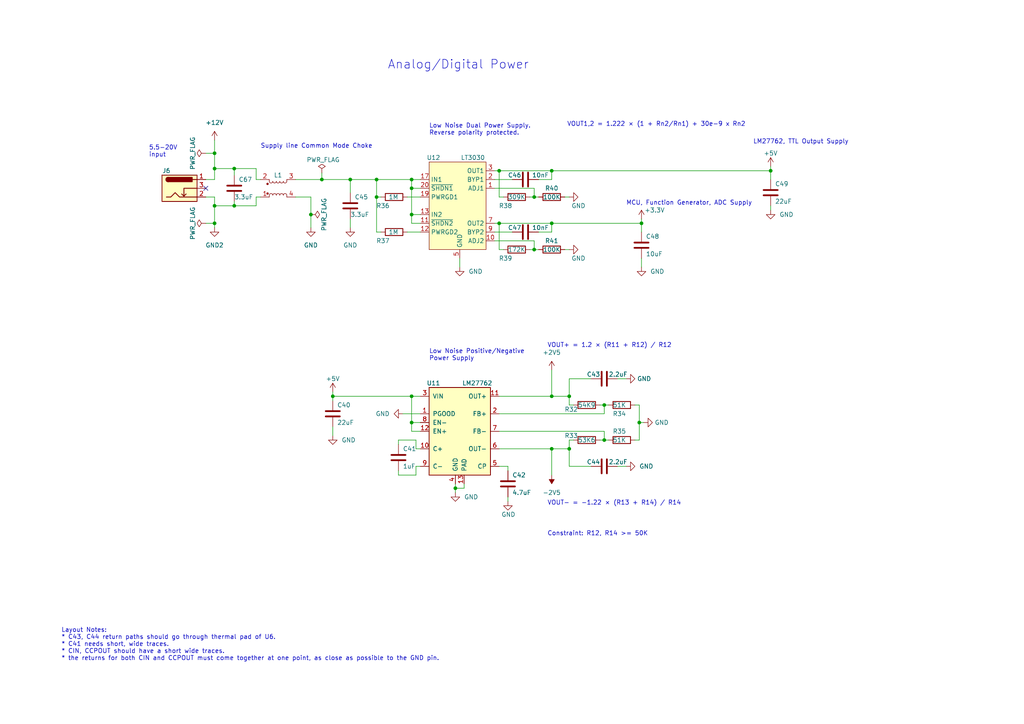
<source format=kicad_sch>
(kicad_sch (version 20231120) (generator "eeschema") (generator_version "8.0")
  (paper "A4")
  (title_block (title "RENAME THIS TEMPLATE") (date "2023-09-01") (rev "0.1") (company "The Allen Institute"))
  (lib_symbols
    (symbol "Connector:Barrel_Jack_Switch" (pin_names hide)
      (property "Reference" "J" (at 0 5.334 0))
      (property "Value" "Barrel_Jack_Switch" (at 0 -5.08 0))
      (symbol "Barrel_Jack_Switch_0_1"
        (rectangle (start -5.08 3.81) (end 5.08 -3.81) (stroke (width 0.254)) (fill (type background)))
        (arc (start -3.302 3.175) (mid -3.9343 2.54) (end -3.302 1.905) (stroke (width 0.254)))
        (arc (start -3.302 3.175) (mid -3.9343 2.54) (end -3.302 1.905) (stroke (width 0.254)) (fill (type outline)))
        (polyline (pts (xy 1.27 -2.286) (xy 1.905 -1.651)) (stroke (width 0.254)))
        (polyline (pts (xy 5.08 2.54) (xy 3.81 2.54)) (stroke (width 0.254)))
        (polyline (pts (xy 5.08 0) (xy 1.27 0) (xy 1.27 -2.286) (xy 0.635 -1.651)) (stroke (width 0.254)))
        (polyline (pts (xy -3.81 -2.54) (xy -2.54 -2.54) (xy -1.27 -1.27) (xy 0 -2.54) (xy 2.54 -2.54) (xy 5.08 -2.54)) (stroke (width 0.254)))
        (rectangle (start 3.683 3.175) (end -3.302 1.905) (stroke (width 0.254)) (fill (type outline)))
      )
      (symbol "Barrel_Jack_Switch_1_1"
        (pin passive line (at 7.62 2.54 180) (length 2.54) (name "~") (number "1"))
        (pin passive line (at 7.62 -2.54 180) (length 2.54) (name "~") (number "2"))
        (pin passive line (at 7.62 0 180) (length 2.54) (name "~") (number "3"))
      )
    )
    (symbol "Device:C" (pin_numbers hide) (pin_names (offset 0.254))
      (property "Reference" "C" (at 0.635 2.54 0))
      (property "Value" "C" (at 0.635 -2.54 0))
      (symbol "C_0_1"
        (polyline (pts (xy -2.032 -0.762) (xy 2.032 -0.762)) (stroke (width 0.508)))
        (polyline (pts (xy -2.032 0.762) (xy 2.032 0.762)) (stroke (width 0.508)))
      )
      (symbol "C_1_1"
        (pin passive line (at 0 3.81 270) (length 2.794) (name "~") (number "1"))
        (pin passive line (at 0 -3.81 90) (length 2.794) (name "~") (number "2"))
      )
    )
    (symbol "Device:L_Coupled_1423" (pin_names (offset 0.254) hide)
      (property "Reference" "L" (at 0 4.445 0))
      (property "Value" "L_Coupled_1423" (at 0 -4.445 0))
      (symbol "L_Coupled_1423_0_1"
        (circle (center -3.048 -1.27) (radius 0.254) (fill (type outline)))
        (circle (center -3.048 1.524) (radius 0.254) (fill (type outline)))
        (arc (start -2.54 2.032) (mid -2.032 1.5262) (end -1.524 2.032))
        (arc (start -1.524 -2.032) (mid -2.032 -1.5262) (end -2.54 -2.032))
        (arc (start -1.524 2.032) (mid -1.016 1.5262) (end -0.508 2.032))
        (arc (start -0.508 -2.032) (mid -1.016 -1.5262) (end -1.524 -2.032))
        (arc (start -0.508 2.032) (mid 0 1.5262) (end 0.508 2.032))
        (polyline (pts (xy -2.54 -2.032) (xy -2.54 -2.54)))
        (polyline (pts (xy -2.54 2.032) (xy -2.54 2.54)))
        (polyline (pts (xy 2.54 -2.032) (xy 2.54 -2.54)))
        (polyline (pts (xy 2.54 2.54) (xy 2.54 2.032)))
        (arc (start 0.508 -2.032) (mid 0 -1.5262) (end -0.508 -2.032))
        (arc (start 0.508 2.032) (mid 1.016 1.5262) (end 1.524 2.032))
        (arc (start 1.524 -2.032) (mid 1.016 -1.5262) (end 0.508 -2.032))
        (arc (start 1.524 2.032) (mid 2.032 1.5262) (end 2.54 2.032))
        (arc (start 2.54 -2.032) (mid 2.032 -1.5262) (end 1.524 -2.032))
      )
      (symbol "L_Coupled_1423_1_1"
        (pin passive line (at -5.08 2.54 0) (length 2.54) (name "1") (number "1"))
        (pin passive line (at -5.08 -2.54 0) (length 2.54) (name "2") (number "2"))
        (pin passive line (at 5.08 -2.54 180) (length 2.54) (name "3") (number "3"))
        (pin passive line (at 5.08 2.54 180) (length 2.54) (name "4") (number "4"))
      )
    )
    (symbol "Device:R" (pin_numbers hide) (pin_names (offset 0))
      (property "Reference" "R" (at 2.032 0 90))
      (property "Value" "R" (at 0 0 90))
      (symbol "R_0_1"
        (rectangle (start -1.016 -2.54) (end 1.016 2.54) (stroke (width 0.254)))
      )
      (symbol "R_1_1"
        (pin passive line (at 0 3.81 270) (length 1.27) (name "~") (number "1"))
        (pin passive line (at 0 -3.81 90) (length 1.27) (name "~") (number "2"))
      )
    )
    (symbol "Regulator_SwitchedCapacitor:LM27762" (pin_names (offset 1.016))
      (property "Reference" "U" (at -6.604 8.89 0))
      (property "Value" "LM27762" (at 6.096 8.89 0))
      (symbol "LM27762_0_1"
        (rectangle (start -7.62 7.62) (end 10.16 -17.78) (stroke (width 0.254)) (fill (type background)))
      )
      (symbol "LM27762_1_1"
        (pin open_collector line (at -10.16 0 0) (length 2.54) (name "PGOOD") (number "1"))
        (pin passive line (at -10.16 -10.16 0) (length 2.54) (name "C+") (number "10"))
        (pin power_out line (at 12.7 5.08 180) (length 2.54) (name "OUT+") (number "11"))
        (pin input line (at -10.16 -5.08 0) (length 2.54) (name "EN+") (number "12"))
        (pin power_in line (at 2.54 -20.32 90) (length 2.54) (name "PAD") (number "13"))
        (pin input line (at 12.7 0 180) (length 2.54) (name "FB+") (number "2"))
        (pin power_in line (at -10.16 5.08 0) (length 2.54) (name "VIN") (number "3"))
        (pin power_in line (at 0 -20.32 90) (length 2.54) (name "GND") (number "4"))
        (pin passive line (at 12.7 -15.24 180) (length 2.54) (name "CP") (number "5"))
        (pin power_out line (at 12.7 -10.16 180) (length 2.54) (name "OUT-") (number "6"))
        (pin input line (at 12.7 -5.08 180) (length 2.54) (name "FB-") (number "7"))
        (pin input line (at -10.16 -2.54 0) (length 2.54) (name "EN-") (number "8"))
        (pin passive line (at -10.16 -15.24 0) (length 2.54) (name "C-") (number "9"))
      )
    )
    (symbol "kicad_component_library:LT3030"
      (property "Reference" "U" (at -7.62 13.97 0))
      (property "Value" "LT3030" (at 3.81 13.97 0))
      (symbol "LT3030_0_1"
        (rectangle (start -8.89 -12.7) (end 7.62 12.7) (fill (type background)))
      )
      (symbol "LT3030_1_1"
        (pin input line (at 10.16 5.08 180) (length 2.54) (name "ADJ1") (number "1"))
        (pin input line (at 10.16 -10.16 180) (length 2.54) (name "ADJ2") (number "10"))
        (pin input line (at -11.43 -5.08 0) (length 2.54) (name "~{SHDN2}") (number "11"))
        (pin input line (at -11.43 -7.62 0) (length 2.54) (name "PWRGD2") (number "12"))
        (pin power_in line (at -11.43 -2.54 0) (length 2.54) (name "IN2") (number "13"))
        (pin power_in line (at -11.43 -2.54 0) (length 2.54) hide (name "IN2") (number "14"))
        (pin power_in line (at 0 -15.24 90) (length 2.54) hide (name "GND") (number "15"))
        (pin power_in line (at 0 -15.24 90) (length 2.54) hide (name "GND") (number "16"))
        (pin power_in line (at -11.43 7.62 0) (length 2.54) (name "IN1") (number "17"))
        (pin power_in line (at -11.43 7.62 0) (length 2.54) hide (name "IN1") (number "18"))
        (pin input line (at -11.43 2.54 0) (length 2.54) (name "PWRGD1") (number "19"))
        (pin input line (at 10.16 7.62 180) (length 2.54) (name "BYP1") (number "2"))
        (pin input line (at -11.43 5.08 0) (length 2.54) (name "~{SHDN1}") (number "20"))
        (pin power_in line (at 0 -15.24 90) (length 2.54) hide (name "GND") (number "21"))
        (pin power_out line (at 10.16 10.16 180) (length 2.54) (name "OUT1") (number "3"))
        (pin passive line (at 10.16 10.16 180) (length 2.54) hide (name "OUT1") (number "4"))
        (pin power_in line (at 0 -15.24 90) (length 2.54) (name "GND") (number "5"))
        (pin power_in line (at 0 -15.24 90) (length 2.54) hide (name "GND") (number "6"))
        (pin power_out line (at 10.16 -5.08 180) (length 2.54) (name "OUT2") (number "7"))
        (pin passive line (at 10.16 -5.08 180) (length 2.54) hide (name "OUT2") (number "8"))
        (pin input line (at 10.16 -7.62 180) (length 2.54) (name "BYP2") (number "9"))
      )
    )
    (symbol "power:+12V" (power) (pin_names (offset 0))
      (property "Value" "+12V" (at 0 3.556 0))
      (symbol "+12V_0_1"
        (polyline (pts (xy -0.762 1.27) (xy 0 2.54)))
        (polyline (pts (xy 0 0) (xy 0 2.54)))
        (polyline (pts (xy 0 2.54) (xy 0.762 1.27)))
      )
      (symbol "+12V_1_1"
        (pin power_in line (at 0 0 90) (length 0) hide (name "+12V") (number "1"))
      )
    )
    (symbol "power:+2V5" (power) (pin_names (offset 0))
      (property "Value" "+2V5" (at 0 3.556 0))
      (symbol "+2V5_0_1"
        (polyline (pts (xy -0.762 1.27) (xy 0 2.54)))
        (polyline (pts (xy 0 0) (xy 0 2.54)))
        (polyline (pts (xy 0 2.54) (xy 0.762 1.27)))
      )
      (symbol "+2V5_1_1"
        (pin power_in line (at 0 0 90) (length 0) hide (name "+2V5") (number "1"))
      )
    )
    (symbol "power:+3.3V" (power) (pin_names (offset 0))
      (property "Value" "+3.3V" (at 0 3.556 0))
      (symbol "+3.3V_0_1"
        (polyline (pts (xy -0.762 1.27) (xy 0 2.54)))
        (polyline (pts (xy 0 0) (xy 0 2.54)))
        (polyline (pts (xy 0 2.54) (xy 0.762 1.27)))
      )
      (symbol "+3.3V_1_1"
        (pin power_in line (at 0 0 90) (length 0) hide (name "+3.3V") (number "1"))
      )
    )
    (symbol "power:+5V" (power) (pin_names (offset 0))
      (property "Value" "+5V" (at 0 3.556 0))
      (symbol "+5V_0_1"
        (polyline (pts (xy -0.762 1.27) (xy 0 2.54)))
        (polyline (pts (xy 0 0) (xy 0 2.54)))
        (polyline (pts (xy 0 2.54) (xy 0.762 1.27)))
      )
      (symbol "+5V_1_1"
        (pin power_in line (at 0 0 90) (length 0) hide (name "+5V") (number "1"))
      )
    )
    (symbol "power:-2V5" (power) (pin_names (offset 0))
      (property "Value" "-2V5" (at 0 3.81 0))
      (symbol "-2V5_0_0"
        (pin power_in line (at 0 0 90) (length 0) hide (name "-2V5") (number "1"))
      )
      (symbol "-2V5_0_1"
        (polyline (pts (xy 0 0) (xy 0 1.27) (xy 0.762 1.27) (xy 0 2.54) (xy -0.762 1.27) (xy 0 1.27)) (fill (type outline)))
      )
    )
    (symbol "power:GND" (power) (pin_names (offset 0))
      (property "Value" "GND" (at 0 -3.81 0))
      (symbol "GND_0_1"
        (polyline (pts (xy 0 0) (xy 0 -1.27) (xy 1.27 -1.27) (xy 0 -2.54) (xy -1.27 -1.27) (xy 0 -1.27)))
      )
      (symbol "GND_1_1"
        (pin power_in line (at 0 0 270) (length 0) hide (name "GND") (number "1"))
      )
    )
    (symbol "power:GND2" (power) (pin_names (offset 0))
      (property "Value" "GND2" (at 0 -3.81 0))
      (symbol "GND2_0_1"
        (polyline (pts (xy 0 0) (xy 0 -1.27) (xy 1.27 -1.27) (xy 0 -2.54) (xy -1.27 -1.27) (xy 0 -1.27)))
      )
      (symbol "GND2_1_1"
        (pin power_in line (at 0 0 270) (length 0) hide (name "GND2") (number "1"))
      )
    )
    (symbol "power:PWR_FLAG" (power) (pin_numbers hide) (pin_names (offset 0) hide)
      (property "Value" "PWR_FLAG" (at 0 3.81 0))
      (symbol "PWR_FLAG_0_0"
        (pin power_out line (at 0 0 90) (length 0) (name "pwr") (number "1"))
      )
      (symbol "PWR_FLAG_0_1"
        (polyline (pts (xy 0 0) (xy 0 1.27) (xy -1.016 1.905) (xy 0 2.54) (xy 1.016 1.905) (xy 0 1.27)))
      )
    )
  )
  (junction (at 62.23 59.69))
  (junction (at 62.23 48.895))
  (junction (at 160.02 130.175))
  (junction (at 160.02 64.77))
  (junction (at 175.26 127.635))
  (junction (at 165.1 114.935))
  (junction (at 154.94 72.39))
  (junction (at 62.23 44.45))
  (junction (at 109.22 52.07))
  (junction (at 109.22 57.15))
  (junction (at 119.38 62.23))
  (junction (at 160.02 49.53))
  (junction (at 96.52 114.935))
  (junction (at 144.78 49.53))
  (junction (at 119.38 122.555))
  (junction (at 132.08 141.605))
  (junction (at 119.38 54.61))
  (junction (at 186.055 64.77))
  (junction (at 223.52 49.53))
  (junction (at 67.945 59.69))
  (junction (at 67.945 48.895))
  (junction (at 185.42 122.555))
  (junction (at 119.38 52.07))
  (junction (at 119.38 114.935))
  (junction (at 160.02 114.935))
  (junction (at 62.23 64.77))
  (junction (at 175.26 117.475))
  (junction (at 90.17 62.23))
  (junction (at 101.6 52.07))
  (junction (at 154.94 57.15))
  (junction (at 165.1 130.175))
  (junction (at 93.345 52.07))
  (junction (at 144.78 64.77))
  (no_connect (at 59.69 54.61))
  (wire (pts (xy 62.23 57.15) (xy 59.69 57.15)))
  (wire (pts (xy 160.02 67.31) (xy 160.02 64.77)))
  (wire (pts (xy 160.02 130.175) (xy 160.02 137.795)))
  (wire (pts (xy 143.51 49.53) (xy 144.78 49.53)))
  (wire (pts (xy 75.565 57.15) (xy 74.295 57.15)))
  (wire (pts (xy 181.61 109.855) (xy 179.07 109.855)))
  (wire (pts (xy 67.945 48.895) (xy 62.23 48.895)))
  (wire (pts (xy 185.42 127.635) (xy 184.15 127.635)))
  (wire (pts (xy 154.94 57.15) (xy 156.21 57.15)))
  (wire (pts (xy 144.78 120.015) (xy 175.26 120.015)))
  (wire (pts (xy 96.52 114.935) (xy 96.52 116.205)))
  (wire (pts (xy 115.57 128.905) (xy 115.57 127.635)))
  (wire (pts (xy 90.17 66.04) (xy 90.17 62.23)))
  (wire (pts (xy 185.42 122.555) (xy 185.42 127.635)))
  (wire (pts (xy 59.69 52.07) (xy 62.23 52.07)))
  (wire (pts (xy 134.62 141.605) (xy 132.08 141.605)))
  (wire (pts (xy 74.295 52.07) (xy 74.295 48.895)))
  (wire (pts (xy 160.02 64.77) (xy 186.055 64.77)))
  (wire (pts (xy 175.26 127.635) (xy 175.26 125.095)))
  (wire (pts (xy 223.52 48.26) (xy 223.52 49.53)))
  (wire (pts (xy 160.02 130.175) (xy 165.1 130.175)))
  (wire (pts (xy 185.42 122.555) (xy 186.69 122.555)))
  (wire (pts (xy 74.295 57.15) (xy 74.295 59.69)))
  (wire (pts (xy 160.02 52.07) (xy 160.02 49.53)))
  (wire (pts (xy 62.23 64.77) (xy 62.23 59.69)))
  (wire (pts (xy 143.51 64.77) (xy 144.78 64.77)))
  (wire (pts (xy 119.38 52.07) (xy 119.38 54.61)))
  (wire (pts (xy 160.02 114.935) (xy 165.1 114.935)))
  (wire (pts (xy 165.1 117.475) (xy 166.37 117.475)))
  (wire (pts (xy 134.62 140.335) (xy 134.62 141.605)))
  (wire (pts (xy 120.65 130.175) (xy 121.92 130.175)))
  (wire (pts (xy 143.51 67.31) (xy 148.59 67.31)))
  (wire (pts (xy 62.23 44.45) (xy 62.23 48.895)))
  (wire (pts (xy 144.78 72.39) (xy 144.78 64.77)))
  (wire (pts (xy 147.32 135.255) (xy 147.32 136.525)))
  (wire (pts (xy 144.78 114.935) (xy 160.02 114.935)))
  (wire (pts (xy 85.725 52.07) (xy 93.345 52.07)))
  (wire (pts (xy 133.35 74.93) (xy 133.35 77.47)))
  (wire (pts (xy 62.23 48.895) (xy 62.23 52.07)))
  (wire (pts (xy 179.07 135.255) (xy 181.61 135.255)))
  (wire (pts (xy 163.83 72.39) (xy 165.1 72.39)))
  (wire (pts (xy 143.51 54.61) (xy 154.94 54.61)))
  (wire (pts (xy 67.945 58.42) (xy 67.945 59.69)))
  (wire (pts (xy 59.69 64.77) (xy 62.23 64.77)))
  (wire (pts (xy 132.08 141.605) (xy 132.08 142.875)))
  (wire (pts (xy 154.94 54.61) (xy 154.94 57.15)))
  (wire (pts (xy 165.1 127.635) (xy 165.1 130.175)))
  (wire (pts (xy 144.78 135.255) (xy 147.32 135.255)))
  (wire (pts (xy 62.23 66.04) (xy 62.23 64.77)))
  (wire (pts (xy 173.99 127.635) (xy 175.26 127.635)))
  (wire (pts (xy 165.1 127.635) (xy 166.37 127.635)))
  (wire (pts (xy 153.67 72.39) (xy 154.94 72.39)))
  (wire (pts (xy 175.26 117.475) (xy 176.53 117.475)))
  (wire (pts (xy 101.6 63.5) (xy 101.6 66.04)))
  (wire (pts (xy 156.21 52.07) (xy 160.02 52.07)))
  (wire (pts (xy 175.26 120.015) (xy 175.26 117.475)))
  (wire (pts (xy 75.565 52.07) (xy 74.295 52.07)))
  (wire (pts (xy 165.1 135.255) (xy 165.1 130.175)))
  (wire (pts (xy 115.57 137.795) (xy 115.57 136.525)))
  (wire (pts (xy 153.67 57.15) (xy 154.94 57.15)))
  (wire (pts (xy 144.78 64.77) (xy 160.02 64.77)))
  (wire (pts (xy 62.23 40.64) (xy 62.23 44.45)))
  (wire (pts (xy 59.69 44.45) (xy 62.23 44.45)))
  (wire (pts (xy 93.345 50.165) (xy 93.345 52.07)))
  (wire (pts (xy 223.52 49.53) (xy 223.52 52.07)))
  (wire (pts (xy 62.23 59.69) (xy 62.23 57.15)))
  (wire (pts (xy 171.45 109.855) (xy 165.1 109.855)))
  (wire (pts (xy 154.94 69.85) (xy 154.94 72.39)))
  (wire (pts (xy 160.02 49.53) (xy 223.52 49.53)))
  (wire (pts (xy 143.51 69.85) (xy 154.94 69.85)))
  (wire (pts (xy 109.22 57.15) (xy 109.22 67.31)))
  (wire (pts (xy 116.84 120.015) (xy 121.92 120.015)))
  (wire (pts (xy 93.345 52.07) (xy 101.6 52.07)))
  (wire (pts (xy 175.26 117.475) (xy 173.99 117.475)))
  (wire (pts (xy 120.65 135.255) (xy 120.65 137.795)))
  (wire (pts (xy 96.52 123.825) (xy 96.52 126.365)))
  (wire (pts (xy 74.295 48.895) (xy 67.945 48.895)))
  (wire (pts (xy 115.57 127.635) (xy 120.65 127.635)))
  (wire (pts (xy 185.42 117.475) (xy 184.15 117.475)))
  (wire (pts (xy 74.295 59.69) (xy 67.945 59.69)))
  (wire (pts (xy 90.17 57.15) (xy 85.725 57.15)))
  (wire (pts (xy 121.92 64.77) (xy 119.38 64.77)))
  (wire (pts (xy 144.78 49.53) (xy 160.02 49.53)))
  (wire (pts (xy 96.52 114.935) (xy 119.38 114.935)))
  (wire (pts (xy 110.49 67.31) (xy 109.22 67.31)))
  (wire (pts (xy 109.22 52.07) (xy 119.38 52.07)))
  (wire (pts (xy 101.6 52.07) (xy 101.6 55.88)))
  (wire (pts (xy 165.1 109.855) (xy 165.1 114.935)))
  (wire (pts (xy 90.17 62.23) (xy 90.17 57.15)))
  (wire (pts (xy 121.92 125.095) (xy 119.38 125.095)))
  (wire (pts (xy 96.52 113.665) (xy 96.52 114.935)))
  (wire (pts (xy 119.38 64.77) (xy 119.38 62.23)))
  (wire (pts (xy 109.22 57.15) (xy 110.49 57.15)))
  (wire (pts (xy 67.945 59.69) (xy 62.23 59.69)))
  (wire (pts (xy 186.055 74.93) (xy 186.055 77.47)))
  (wire (pts (xy 175.26 127.635) (xy 176.53 127.635)))
  (wire (pts (xy 144.78 125.095) (xy 175.26 125.095)))
  (wire (pts (xy 121.92 62.23) (xy 119.38 62.23)))
  (wire (pts (xy 185.42 117.475) (xy 185.42 122.555)))
  (wire (pts (xy 147.32 144.145) (xy 147.32 145.415)))
  (wire (pts (xy 118.11 67.31) (xy 121.92 67.31)))
  (wire (pts (xy 118.11 57.15) (xy 121.92 57.15)))
  (wire (pts (xy 144.78 57.15) (xy 144.78 49.53)))
  (wire (pts (xy 120.65 127.635) (xy 120.65 130.175)))
  (wire (pts (xy 101.6 52.07) (xy 109.22 52.07)))
  (wire (pts (xy 119.38 122.555) (xy 121.92 122.555)))
  (wire (pts (xy 119.38 54.61) (xy 119.38 62.23)))
  (wire (pts (xy 171.45 135.255) (xy 165.1 135.255)))
  (wire (pts (xy 67.945 48.895) (xy 67.945 50.8)))
  (wire (pts (xy 119.38 52.07) (xy 121.92 52.07)))
  (wire (pts (xy 165.1 114.935) (xy 165.1 117.475)))
  (wire (pts (xy 223.52 59.69) (xy 223.52 60.96)))
  (wire (pts (xy 121.92 135.255) (xy 120.65 135.255)))
  (wire (pts (xy 160.02 107.315) (xy 160.02 114.935)))
  (wire (pts (xy 154.94 72.39) (xy 156.21 72.39)))
  (wire (pts (xy 186.055 64.77) (xy 186.055 67.31)))
  (wire (pts (xy 132.08 140.335) (xy 132.08 141.605)))
  (wire (pts (xy 148.59 52.07) (xy 143.51 52.07)))
  (wire (pts (xy 146.05 72.39) (xy 144.78 72.39)))
  (wire (pts (xy 119.38 122.555) (xy 119.38 114.935)))
  (wire (pts (xy 144.78 130.175) (xy 160.02 130.175)))
  (wire (pts (xy 119.38 125.095) (xy 119.38 122.555)))
  (wire (pts (xy 109.22 52.07) (xy 109.22 57.15)))
  (wire (pts (xy 146.05 57.15) (xy 144.78 57.15)))
  (wire (pts (xy 120.65 137.795) (xy 115.57 137.795)))
  (wire (pts (xy 186.055 63.5) (xy 186.055 64.77)))
  (wire (pts (xy 156.21 67.31) (xy 160.02 67.31)))
  (wire (pts (xy 119.38 114.935) (xy 121.92 114.935)))
  (wire (pts (xy 163.83 57.15) (xy 165.1 57.15)))
  (wire (pts (xy 119.38 54.61) (xy 121.92 54.61)))
  (text "Constraint: R12, R14 >= 50K" (at 158.75 155.575 0) (effects (font (size 1.27 1.27)) (justify left bottom)))
  (text "LM27762, TTL Output Supply" (at 218.44 41.91 0) (effects (font (size 1.27 1.27)) (justify left bottom)))
  (text "VOUT1,2 = 1.222 × (1 + Rn2/Rn1) + 30e-9 x Rn2" (at 164.465 36.83 0) (effects (font (size 1.27 1.27)) (justify left bottom)))
  (text "Low Noise Dual Power Supply.\nReverse polarity protected." (at 124.46 39.37 0) (effects (font (size 1.27 1.27)) (justify left bottom)))
  (text "Supply line Common Mode Choke" (at 75.565 43.18 0) (effects (font (size 1.27 1.27)) (justify left bottom)))
  (text "MCU, Function Generator, ADC Supply" (at 181.61 59.69 0) (effects (font (size 1.27 1.27)) (justify left bottom)))
  (text "Analog/Digital Power" (at 112.395 20.32 0) (effects (font (size 2.54 2.54)) (justify left bottom)))
  (text "Layout Notes:\n* C43, C44 return paths should go through thermal pad of U6.\n* C41 needs short, wide traces.\n* CIN, CCPOUT should have a short wide traces.\n* the returns for both CIN and CCPOUT must come together at one point, as close as possible to the GND pin." (at 17.78 191.77 0) (effects (font (size 1.27 1.27)) (justify left bottom)))
  (text "Low Noise Positive/Negative \nPower Supply" (at 124.46 104.775 0) (effects (font (size 1.27 1.27)) (justify left bottom)))
  (text "VOUT- = -1.22 × (R13 + R14) / R14" (at 158.75 146.685 0) (effects (font (size 1.27 1.27)) (justify left bottom)))
  (text "5.5-20V \ninput" (at 43.18 45.72 0) (effects (font (size 1.27 1.27)) (justify left bottom)))
  (text "VOUT+ = 1.2 × (R11 + R12) / R12" (at 158.75 100.965 0) (effects (font (size 1.27 1.27)) (justify left bottom)))
  (symbol (lib_id "Device:C") (at 115.57 132.715 0) (unit 1)
    (property "Reference" "C41" (at 116.84 130.175 0) (effects (justify left)))
    (property "Value" "1uF" (at 116.84 135.255 0) (effects (justify left)))
    (property "Footprint" "Capacitor_SMD:C_0402_1005Metric" (effects (hide yes)))
    (property "Datasheet" "https://search.murata.co.jp/Ceramy/image/img/A01X/G101/ENG/GRM155R6YA105KE11-01.pdf" (effects (hide yes)))
    (property "Notes" "must not be polarized" (effects (hide yes)))
    (property "Link" "https://www.digikey.com/en/products/detail/murata-electronics/GRM155R6YA105KE11J/4905163" (effects (hide yes)))
    (property "Manufacturer Number" "GRM155R6YA105KE11J" (effects (hide yes)))
    (property "Manufacturer" "Murata Electronics" (effects (hide yes)))
    (property "Rated Voltage" "35V" (effects (hide yes)))
    (property "Temperature Coefficient" "X5R" (effects (hide yes)))
  )
  (symbol (lib_id "Device:R") (at 180.34 117.475 90) (unit 1)
    (property "Reference" "R34" (at 181.61 120.015 90) (effects (justify left)))
    (property "Value" "51K" (at 181.61 117.475 90) (effects (justify left)))
    (property "Footprint" "Resistor_SMD:R_0402_1005Metric" (effects (hide yes)))
    (property "Datasheet" "n/a" (effects (hide yes)))
    (property "Link" "https://www.digikey.com/en/products/detail/yageo/RT0402BRD0751KL/1069314" (effects (hide yes)))
    (property "Manufacturer" "Yageo" (effects (hide yes)))
    (property "Manufacturer Number" "RT0402BRD0751KL" (effects (hide yes)))
    (property "Tolerance" "0.1%" (effects (hide yes)))
  )
  (symbol (lib_id "Device:R") (at 149.86 72.39 90) (unit 1)
    (property "Reference" "R39" (at 148.59 74.93 90) (effects (justify left)))
    (property "Value" "172K" (at 152.4 72.39 90) (effects (justify left)))
    (property "Footprint" "Resistor_SMD:R_0402_1005Metric" (effects (hide yes)))
    (property "Datasheet" "https://www.koaspeer.com/pdfs/RN73H.pdf" (effects (hide yes)))
    (property "Link" "https://www.digikey.com/en/products/detail/koa-speer-electronics-inc/RN73H1ETTP1723F25/9913967" (effects (hide yes)))
    (property "Manufacturer" "Koa Speer Electronics, Inc." (effects (hide yes)))
    (property "Manufacturer Number" "RN73H1ETTP1723F25" (effects (hide yes)))
    (property "Tolerance" "1%" (effects (hide yes)))
    (property "Vendor Reel Link" "2019-RN73H1ETTP1723F25DKR-ND" (effects (hide yes)))
  )
  (symbol (lib_id "Device:C") (at 175.26 135.255 270) (unit 1)
    (property "Reference" "C44" (at 170.18 133.985 90) (effects (justify left)))
    (property "Value" "2.2uF" (at 176.53 133.985 90) (effects (justify left)))
    (property "Footprint" "Capacitor_SMD:C_0402_1005Metric" (effects (hide yes)))
    (property "Datasheet" "https://search.murata.co.jp/Ceramy/image/img/A01X/G101/ENG/GRM155Z71A225KE01-01.pdf" (effects (hide yes)))
    (property "Link" "https://www.digikey.com/en/products/detail/murata-electronics/GRM155Z71A225KE01D/13905066" (effects (hide yes)))
    (property "Manufacturer" "Murata Electronics" (effects (hide yes)))
    (property "Manufacturer Number" "GRM155Z71A225KE01D" (effects (hide yes)))
    (property "Rated Voltage" "10V" (effects (hide yes)))
    (property "Temperature Coefficient" "X7R" (effects (hide yes)))
    (property "Vendor Number" "490-GRM155Z71A225KE01DDKR-ND" (effects (hide yes)))
  )
  (symbol (lib_id "power:GND") (at 116.84 120.015 270) (unit 1)
    (property "Reference" "#PWR088" (effects (hide yes)))
    (property "Value" "GND" (at 113.03 120.015 90) (effects (justify right)))
  )
  (symbol (lib_id "Device:C") (at 186.055 71.12 0) (unit 1)
    (property "Reference" "C48" (at 187.325 68.58 0) (effects (justify left)))
    (property "Value" "10uF" (at 187.325 73.66 0) (effects (justify left)))
    (property "Footprint" "Capacitor_SMD:C_0805_2012Metric" (effects (hide yes)))
    (property "Datasheet" "https://search.murata.co.jp/Ceramy/image/img/A01X/G101/ENG/GRM21BZ71E106KE15-01.pdf" (effects (hide yes)))
    (property "Link" "https://www.digikey.com/en/products/detail/murata-electronics/GRM21BZ71E106KE15L/13904911" (effects (hide yes)))
    (property "Manufacturer Number" "GRM21BZ71E106KE15L" (effects (hide yes)))
    (property "Rated Voltage" "25V" (effects (hide yes)))
    (property "Temperature Coefficient" "X7R" (effects (hide yes)))
    (property "Manufacturer" "Murata Electronics" (effects (hide yes)))
    (property "Alternate" "CL21B106KOQNNNE" (effects (hide yes)))
  )
  (symbol (lib_id "Device:R") (at 114.3 57.15 90) (unit 1)
    (property "Reference" "R36" (at 113.03 59.69 90) (effects (justify left)))
    (property "Value" "1M" (at 115.57 57.15 90) (effects (justify left)))
    (property "Footprint" "Resistor_SMD:R_0402_1005Metric" (effects (hide yes)))
    (property "Datasheet" "https://www.yageo.com/upload/media/product/productsearch/datasheet/rchip/PYu-RC_Group_51_RoHS_L_12.pdf" (effects (hide yes)))
    (property "Link" "https://www.digikey.com/en/products/detail/yageo/RC0402FR-101ML/16982190" (effects (hide yes)))
    (property "Manufacturer" "Yageo" (effects (hide yes)))
    (property "Manufacturer Number" "RC0402FR-101ML" (effects (hide yes)))
    (property "Tolerance" "1%" (effects (hide yes)))
    (property "PCBWay Link" "https://www.pcbway.com/components/detail/RC0402FR101ML/1269302/" (effects (hide yes)))
  )
  (symbol (lib_id "power:+5V") (at 223.52 48.26 0) (unit 1)
    (property "Reference" "#PWR0109" (effects (hide yes)))
    (property "Value" "+5V" (at 223.52 44.45 0))
  )
  (symbol (lib_id "Device:R") (at 160.02 57.15 270) (unit 1)
    (property "Reference" "R40" (at 160.02 54.61 90))
    (property "Value" "100K" (at 160.02 57.15 90))
    (property "Footprint" "Resistor_SMD:R_0402_1005Metric" (effects (hide yes)))
    (property "Datasheet" "https://www.yageo.com/upload/media/product/productsearch/datasheet/rchip/PYu-RT_1-to-0.01_RoHS_L_15.pdf" (effects (hide yes)))
    (property "Link" "https://www.digikey.com/en/products/detail/yageo/RT0402BRD07100KL/1068989" (effects (hide yes)))
    (property "Manufacturer" "Yageo" (effects (hide yes)))
    (property "Manufacturer Number" "RT0402BRD07100KL" (effects (hide yes)))
    (property "Tolerance" "0.1%" (effects (hide yes)))
  )
  (symbol (lib_id "Device:C") (at 152.4 67.31 270) (unit 1)
    (property "Reference" "C47" (at 147.32 66.04 90) (effects (justify left)))
    (property "Value" "10nF" (at 154.305 66.04 90) (effects (justify left)))
    (property "Footprint" "Capacitor_SMD:C_0402_1005Metric" (effects (hide yes)))
    (property "Datasheet" "https://www.yageo.com/upload/media/product/productsearch/datasheet/mlcc/UPY-GPHC_X7R_6.3V-to-250V_23.pdf" (effects (hide yes)))
    (property "Link" "https://www.digikey.com/en/products/detail/yageo/CC0402KPX7R8BB103/11490384" (effects (hide yes)))
    (property "Manufacturer" "Yageo" (effects (hide yes)))
    (property "Manufacturer Number" "CC0402KPX7R8BB103" (effects (hide yes)))
    (property "Rated Voltage" "25V" (effects (hide yes)))
    (property "Temperature Coefficient" "X7R" (effects (hide yes)))
    (property "Tolerance" "10%" (effects (hide yes)))
  )
  (symbol (lib_id "Device:C") (at 67.945 54.61 0) (unit 1)
    (property "Reference" "C67" (at 69.215 52.07 0) (effects (justify left)))
    (property "Value" "3.3uF" (at 67.945 57.15 0) (effects (justify left)))
    (property "Footprint" "Capacitor_SMD:C_0805_2012Metric" (effects (hide yes)))
    (property "Datasheet" "https://product.tdk.com/system/files/dam/doc/product/capacitor/ceramic/mlcc/catalog/mlcc_automotive_general_en.pdf" (effects (hide yes)))
    (property "Link" "https://www.digikey.com/en/products/detail/tdk-corporation/CGA4J1X7R1E335K125AC/2672859" (effects (hide yes)))
    (property "Manufacturer" "TDK Corporation" (effects (hide yes)))
    (property "Manufacturer Number" "CGA4J1X7R1E335K125AC" (effects (hide yes)))
    (property "Rated Voltage" "25V" (effects (hide yes)))
    (property "Temperature Coefficient" "X7R" (effects (hide yes)))
    (property "Tolerance" "10%" (effects (hide yes)))
  )
  (symbol (lib_id "power:PWR_FLAG") (at 59.69 44.45 90) (unit 1)
    (property "Reference" "#FLG06" (effects (hide yes)))
    (property "Value" "PWR_FLAG" (at 55.88 44.45 0))
  )
  (symbol (lib_id "power:GND") (at 181.61 109.855 90) (unit 1)
    (property "Reference" "#PWR068" (effects (hide yes)))
    (property "Value" "GND" (at 184.785 109.855 90) (effects (justify right)))
  )
  (symbol (lib_id "Device:R") (at 170.18 127.635 90) (unit 1)
    (property "Reference" "R33" (at 167.64 126.365 90) (effects (justify left)))
    (property "Value" "53K6" (at 172.72 127.635 90) (effects (justify left)))
    (property "Footprint" "Resistor_SMD:R_0402_1005Metric" (effects (hide yes)))
    (property "Datasheet" "https://industrial.panasonic.com/cdbs/www-data/pdf/RDM0000/AOA0000C307.pdf" (effects (hide yes)))
    (property "Link" "https://www.digikey.com/en/products/detail/panasonic-electronic-components/ERA-2AEB5362X/2026209" (effects (hide yes)))
    (property "Manufacturer" "Panasonic Electronic Components" (effects (hide yes)))
    (property "Manufacturer Number" "ERA-2AEB5362X" (effects (hide yes)))
    (property "Tolerance" "0.1" (effects (hide yes)))
  )
  (symbol (lib_id "Device:R") (at 180.34 127.635 90) (unit 1)
    (property "Reference" "R35" (at 181.61 125.095 90) (effects (justify left)))
    (property "Value" "51K" (at 181.61 127.635 90) (effects (justify left)))
    (property "Footprint" "Resistor_SMD:R_0402_1005Metric" (effects (hide yes)))
    (property "Datasheet" "n/a" (effects (hide yes)))
    (property "Link" "https://www.digikey.com/en/products/detail/yageo/RT0402BRD0751KL/1069314" (effects (hide yes)))
    (property "Manufacturer" "Yageo" (effects (hide yes)))
    (property "Manufacturer Number" "RT0402BRD0751KL" (effects (hide yes)))
    (property "Tolerance" "0.1%" (effects (hide yes)))
  )
  (symbol (lib_id "Device:C") (at 147.32 140.335 0) (unit 1)
    (property "Reference" "C42" (at 148.59 137.795 0) (effects (justify left)))
    (property "Value" "4.7uF" (at 148.59 142.875 0) (effects (justify left)))
    (property "Footprint" "Capacitor_SMD:C_0603_1608Metric" (effects (hide yes)))
    (property "Datasheet" "https://media.digikey.com/pdf/Data%20Sheets/Samsung%20PDFs/CL10A475MA8NQNC_Spec.pdf" (effects (hide yes)))
    (property "Link" "https://www.digikey.com/en/products/detail/samsung-electro-mechanics/CL10A475MA8NQNC/3887561" (effects (hide yes)))
    (property "Manufacturer" "Samsung Electro-Mechanics" (effects (hide yes)))
    (property "Manufacturer Number" "CL10A475MA8NQNC" (effects (hide yes)))
    (property "Rated Voltage" "25V" (effects (hide yes)))
    (property "Temperature Coefficient" "X5R" (effects (hide yes)))
    (property "Tolerance" "20%" (effects (hide yes)))
  )
  (symbol (lib_id "Device:C") (at 175.26 109.855 270) (unit 1)
    (property "Reference" "C43" (at 170.18 108.585 90) (effects (justify left)))
    (property "Value" "2.2uF" (at 176.53 108.585 90) (effects (justify left)))
    (property "Footprint" "Capacitor_SMD:C_0402_1005Metric" (effects (hide yes)))
    (property "Datasheet" "https://search.murata.co.jp/Ceramy/image/img/A01X/G101/ENG/GRM155Z71A225KE01-01.pdf" (effects (hide yes)))
    (property "Link" "https://www.digikey.com/en/products/detail/murata-electronics/GRM155Z71A225KE01D/13905066" (effects (hide yes)))
    (property "Manufacturer" "Murata Electronics" (effects (hide yes)))
    (property "Manufacturer Number" "GRM155Z71A225KE01D" (effects (hide yes)))
    (property "Rated Voltage" "10V" (effects (hide yes)))
    (property "Temperature Coefficient" "X7R" (effects (hide yes)))
    (property "Vendor Number" "490-GRM155Z71A225KE01DDKR-ND" (effects (hide yes)))
  )
  (symbol (lib_id "power:PWR_FLAG") (at 93.345 50.165 0) (unit 1)
    (property "Reference" "#FLG03" (effects (hide yes)))
    (property "Value" "PWR_FLAG" (at 88.9 46.355 0) (effects (justify left)))
    (instances (project "sniff_detector" (path "" (reference "#FLG03") (unit 1))) (project "usb_isolated" (path "" (reference "#FLG08") (unit 1))))
  )
  (symbol (lib_id "power:GND") (at 186.69 122.555 90) (unit 1)
    (property "Reference" "#PWR085" (effects (hide yes)))
    (property "Value" "GND" (at 189.865 122.555 90) (effects (justify right)))
  )
  (symbol (lib_id "Regulator_SwitchedCapacitor:LM27762") (at 132.08 120.015 0) (unit 1)
    (property "Reference" "U11" (at 125.73 111.125 0))
    (property "Value" "LM27762" (at 138.43 111.125 0))
    (property "Footprint" "Package_SON:WSON-12-1EP_3x2mm_P0.5mm_EP1x2.65_ThermalVias" (effects (hide yes)))
    (property "Datasheet" "http://www.ti.com/lit/ds/symlink/lm27762.pdf" (effects (hide yes)))
    (property "Link" "https://www.digikey.com/en/products/detail/texas-instruments/LM27762DSST/6234952" (effects (hide yes)))
    (property "Manufacturer" "Texas Instruments" (effects (hide yes)))
    (property "Manufacturer Number" "LM27762DSST" (effects (hide yes)))
  )
  (symbol (lib_id "Device:R") (at 149.86 57.15 90) (unit 1)
    (property "Reference" "R38" (at 148.59 59.69 90) (effects (justify left)))
    (property "Value" "309K" (at 152.4 57.15 90) (effects (justify left)))
    (property "Footprint" "Resistor_SMD:R_0402_1005Metric" (effects (hide yes)))
    (property "Datasheet" "https://www.te.com/commerce/DocumentDelivery/DDEController?Action=srchrtrv&DocNm=1773200&DocType=DS&DocLang=English" (effects (hide yes)))
    (property "Link" "https://www.digikey.com/en/products/detail/te-connectivity-passive-product/CPF0402B309KE1/14007455" (effects (hide yes)))
    (property "Manufacturer" "TE Connectivity Passive Product" (effects (hide yes)))
    (property "Manufacturer Number" "CPF0402B309KE1" (effects (hide yes)))
    (property "Tolerance" "0.1%" (effects (hide yes)))
    (property "Notes" "1% tolerance also OK" (effects (hide yes)))
  )
  (symbol (lib_id "Device:C") (at 152.4 52.07 270) (unit 1)
    (property "Reference" "C46" (at 147.32 50.8 90) (effects (justify left)))
    (property "Value" "10nF" (at 154.305 50.8 90) (effects (justify left)))
    (property "Footprint" "Capacitor_SMD:C_0402_1005Metric" (effects (hide yes)))
    (property "Datasheet" "https://www.yageo.com/upload/media/product/productsearch/datasheet/mlcc/UPY-GPHC_X7R_6.3V-to-250V_23.pdf" (effects (hide yes)))
    (property "Link" "https://www.digikey.com/en/products/detail/yageo/CC0402KPX7R8BB103/11490384" (effects (hide yes)))
    (property "Manufacturer" "Yageo" (effects (hide yes)))
    (property "Manufacturer Number" "CC0402KPX7R8BB103" (effects (hide yes)))
    (property "Rated Voltage" "25V" (effects (hide yes)))
    (property "Temperature Coefficient" "X7R" (effects (hide yes)))
    (property "Tolerance" "10%" (effects (hide yes)))
  )
  (symbol (lib_id "power:GND2") (at 62.23 66.04 0) (unit 1)
    (property "Reference" "#PWR096" (effects (hide yes)))
    (property "Value" "GND2" (at 62.23 71.12 0))
  )
  (symbol (lib_id "Device:R") (at 114.3 67.31 90) (unit 1)
    (property "Reference" "R37" (at 113.03 69.85 90) (effects (justify left)))
    (property "Value" "1M" (at 115.57 67.31 90) (effects (justify left)))
    (property "Footprint" "Resistor_SMD:R_0402_1005Metric" (effects (hide yes)))
    (property "Datasheet" "https://www.yageo.com/upload/media/product/productsearch/datasheet/rchip/PYu-RC_Group_51_RoHS_L_12.pdf" (effects (hide yes)))
    (property "Link" "https://www.digikey.com/en/products/detail/yageo/RC0402FR-101ML/16982190" (effects (hide yes)))
    (property "Manufacturer" "Yageo" (effects (hide yes)))
    (property "Manufacturer Number" "RC0402FR-101ML" (effects (hide yes)))
    (property "Tolerance" "1%" (effects (hide yes)))
    (property "PCBWay Link" "https://www.pcbway.com/components/detail/RC0402FR101ML/1269302/" (effects (hide yes)))
  )
  (symbol (lib_id "Device:C") (at 101.6 59.69 0) (unit 1)
    (property "Reference" "C45" (at 102.87 57.15 0) (effects (justify left)))
    (property "Value" "3.3uF" (at 101.6 62.23 0) (effects (justify left)))
    (property "Footprint" "Capacitor_SMD:C_0805_2012Metric" (effects (hide yes)))
    (property "Datasheet" "https://product.tdk.com/system/files/dam/doc/product/capacitor/ceramic/mlcc/catalog/mlcc_automotive_general_en.pdf" (effects (hide yes)))
    (property "Link" "https://www.digikey.com/en/products/detail/tdk-corporation/CGA4J1X7R1E335K125AC/2672859" (effects (hide yes)))
    (property "Manufacturer" "TDK Corporation" (effects (hide yes)))
    (property "Manufacturer Number" "CGA4J1X7R1E335K125AC" (effects (hide yes)))
    (property "Rated Voltage" "25V" (effects (hide yes)))
    (property "Temperature Coefficient" "X7R" (effects (hide yes)))
    (property "Tolerance" "10%" (effects (hide yes)))
  )
  (symbol (lib_id "power:GND") (at 223.52 60.96 0) (unit 1)
    (property "Reference" "#PWR0110" (effects (hide yes)))
    (property "Value" "GND" (at 226.06 62.2299 0) (effects (justify left)))
  )
  (symbol (lib_id "power:GND") (at 186.055 77.47 0) (unit 1)
    (property "Reference" "#PWR0108" (effects (hide yes)))
    (property "Value" "GND" (at 188.595 78.7399 0) (effects (justify left)))
  )
  (symbol (lib_id "power:GND") (at 147.32 145.415 0) (unit 1)
    (property "Reference" "#PWR093" (effects (hide yes)))
    (property "Value" "GND" (at 145.415 149.225 0) (effects (justify left)))
  )
  (symbol (lib_id "power:+3.3V") (at 186.055 63.5 0) (unit 1)
    (property "Reference" "#PWR0107" (effects (hide yes)))
    (property "Value" "+3.3V" (at 189.865 60.96 0))
  )
  (symbol (lib_id "Device:C") (at 96.52 120.015 0) (unit 1)
    (property "Reference" "C40" (at 97.79 117.475 0) (effects (justify left)))
    (property "Value" "22uF" (at 97.79 122.555 0) (effects (justify left)))
    (property "Footprint" "Capacitor_SMD:C_0805_2012Metric" (effects (hide yes)))
    (property "Datasheet" "https://media.digikey.com/pdf/Data%20Sheets/Samsung%20PDFs/CL21A226KPCLRNC_Spec.pdf" (effects (hide yes)))
    (property "Link" "https://www.digikey.com/en/products/detail/samsung-electro-mechanics/CL21A226KPCLRNC/5961270" (effects (hide yes)))
    (property "Manufacturer Number" "CL21A226KPCLRNC" (effects (hide yes)))
    (property "Temperature Coefficient" "X5R" (effects (hide yes)))
    (property "Rated Voltage" "10V" (effects (hide yes)))
    (property "Manufacturer" "Samsung Electro-Mechanics" (effects (hide yes)))
  )
  (symbol (lib_id "power:GND") (at 132.08 142.875 0) (unit 1)
    (property "Reference" "#PWR089" (effects (hide yes)))
    (property "Value" "GND" (at 134.62 144.1449 0) (effects (justify left)))
  )
  (symbol (lib_id "power:PWR_FLAG") (at 90.17 62.23 270) (unit 1)
    (property "Reference" "#FLG09" (effects (hide yes)))
    (property "Value" "PWR_FLAG" (at 93.98 62.23 0))
  )
  (symbol (lib_id "power:GND") (at 96.52 126.365 0) (unit 1)
    (property "Reference" "#PWR087" (effects (hide yes)))
    (property "Value" "GND" (at 99.06 127.6349 0) (effects (justify left)))
  )
  (symbol (lib_id "power:GND") (at 165.1 72.39 90) (unit 1)
    (property "Reference" "#PWR0106" (effects (hide yes)))
    (property "Value" "GND" (at 165.735 74.93 90) (effects (justify right)))
  )
  (symbol (lib_id "power:GND") (at 165.1 57.15 90) (unit 1)
    (property "Reference" "#PWR0105" (effects (hide yes)))
    (property "Value" "GND" (at 165.735 59.69 90) (effects (justify right)))
  )
  (symbol (lib_id "Device:L_Coupled_1423") (at 80.645 54.61 0) (mirror x) (unit 1)
    (property "Reference" "L1" (at 80.645 50.8 0))
    (property "Value" "L_Coupled_1423" (effects (hide yes)))
    (property "Footprint" "kicad_component_library:L_CommonModeChoke_TDKCorporation_1210" (effects (hide yes)))
    (property "Datasheet" "https://product.tdk.com/en/system/files?file=dam/doc/product/emc/emc/cmf_cmc/catalog/cmf_commercial_power_acp3225_en.pdf" (effects (hide yes)))
    (property "Link" "https://www.digikey.ca/en/products/detail/tdk-corporation/ACP3225-102-2P-T000/3024970" (effects (hide yes)))
    (property "Manufacturer" "TDK Corporation" (effects (hide yes)))
    (property "Manufacturer Number" "ACP3225-102-2P-T000" (effects (hide yes)))
  )
  (symbol (lib_id "power:-2V5") (at 160.02 137.795 180) (unit 1)
    (property "Reference" "#PWR092" (effects (hide yes)))
    (property "Value" "-2V5" (at 160.02 142.875 0))
  )
  (symbol (lib_id "power:+2V5") (at 160.02 107.315 0) (unit 1)
    (property "Reference" "#PWR091" (effects (hide yes)))
    (property "Value" "+2V5" (at 160.02 102.235 0))
  )
  (symbol (lib_id "power:GND") (at 133.35 77.47 0) (unit 1)
    (property "Reference" "#PWR0104" (effects (hide yes)))
    (property "Value" "GND" (at 135.89 78.7399 0) (effects (justify left)))
  )
  (symbol (lib_id "power:GND") (at 181.61 135.255 90) (unit 1)
    (property "Reference" "#PWR069" (effects (hide yes)))
    (property "Value" "GND" (at 185.42 135.255 90) (effects (justify right)))
  )
  (symbol (lib_id "Device:C") (at 223.52 55.88 0) (unit 1)
    (property "Reference" "C49" (at 224.79 53.34 0) (effects (justify left)))
    (property "Value" "22uF" (at 224.79 58.42 0) (effects (justify left)))
    (property "Footprint" "Capacitor_SMD:C_0805_2012Metric" (effects (hide yes)))
    (property "Datasheet" "https://media.digikey.com/pdf/Data%20Sheets/Samsung%20PDFs/CL21A226KPCLRNC_Spec.pdf" (effects (hide yes)))
    (property "Link" "https://www.digikey.com/en/products/detail/samsung-electro-mechanics/CL21A226KPCLRNC/5961270" (effects (hide yes)))
    (property "Manufacturer Number" "CL21A226KPCLRNC" (effects (hide yes)))
    (property "Temperature Coefficient" "X5R" (effects (hide yes)))
    (property "Rated Voltage" "25V" (effects (hide yes)))
    (property "PCBWay Link" "todo" (effects (hide yes)))
  )
  (symbol (lib_id "power:+12V") (at 62.23 40.64 0) (unit 1)
    (property "Reference" "#PWR0101" (effects (hide yes)))
    (property "Value" "+12V" (at 62.23 35.56 0))
  )
  (symbol (lib_id "power:+5V") (at 96.52 113.665 0) (unit 1)
    (property "Reference" "#PWR086" (effects (hide yes)))
    (property "Value" "+5V" (at 96.52 109.855 0))
  )
  (symbol (lib_id "power:PWR_FLAG") (at 59.69 64.77 90) (unit 1)
    (property "Reference" "#FLG07" (effects (hide yes)))
    (property "Value" "PWR_FLAG" (at 55.88 64.77 0))
  )
  (symbol (lib_id "power:GND") (at 101.6 66.04 0) (unit 1)
    (property "Reference" "#PWR0103" (effects (hide yes)))
    (property "Value" "GND" (at 101.6 71.12 0))
  )
  (symbol (lib_id "kicad_component_library:LT3030") (at 133.35 59.69 0) (unit 1)
    (property "Reference" "U12" (at 125.73 45.72 0))
    (property "Value" "LT3030" (at 137.16 45.72 0))
    (property "Footprint" "Package_SO:ETSSOP-20-1EP_4.4x6.5mm_P0.65mm_EP3x4.2mm" (effects (hide yes)))
    (property "Datasheet" "https://www.analog.com/media/en/technical-documentation/data-sheets/3030fa.pdf" (effects (hide yes)))
    (property "Link" "https://www.digikey.com/en/products/detail/analog-devices-inc/LT3030EFE-PBF/3913120" (effects (hide yes)))
    (property "Manufacturer" "Analog Devices Inc." (effects (hide yes)))
    (property "Manufacturer Number" "LT3030EFE#PBF" (effects (hide yes)))
  )
  (symbol (lib_id "Connector:Barrel_Jack_Switch") (at 52.07 54.61 0) (unit 1)
    (property "Reference" "J6" (at 48.26 49.53 0))
    (property "Value" "Barrel_Jack_Switch" (effects (hide yes)))
    (property "Footprint" "Connector_BarrelJack:BarrelJack_CUI_PJ-102AH_Horizontal" (effects (hide yes)))
    (property "Datasheet" "https://www.cuidevices.com/product/resource/pj-102ah.pdf" (effects (hide yes)))
    (property "Link" "https://www.digikey.com/en/products/detail/cui-devices/PJ-102AH/408448" (effects (hide yes)))
    (property "Manufacturer Number" "PJ-102AH" (effects (hide yes)))
    (property "PCBWay Link" "https://www.pcbway.com/components/detail/PJ102AH/484087/" (effects (hide yes)))
    (property "Manufacturer" "CUI Devices" (effects (hide yes)))
  )
  (symbol (lib_id "Device:R") (at 170.18 117.475 90) (unit 1)
    (property "Reference" "R32" (at 167.64 118.745 90) (effects (justify left)))
    (property "Value" "54K9" (at 172.72 117.475 90) (effects (justify left)))
    (property "Footprint" "Resistor_SMD:R_0402_1005Metric" (effects (hide yes)))
    (property "Datasheet" "https://industrial.panasonic.com/cdbs/www-data/pdf/RDM0000/AOA0000C307.pdf" (effects (hide yes)))
    (property "Link" "https://www.digikey.com/en/products/detail/panasonic-electronic-components/ERA-2AEB5492X/2026210" (effects (hide yes)))
    (property "Manufacturer" "Panasonic Electronic Components" (effects (hide yes)))
    (property "Manufacturer Number" "ERA-2AEB5492X" (effects (hide yes)))
    (property "Tolerance" "0.1%" (effects (hide yes)))
  )
  (symbol (lib_id "power:GND") (at 90.17 66.04 0) (unit 1)
    (property "Reference" "#PWR0111" (effects (hide yes)))
    (property "Value" "GND" (at 90.17 71.12 0))
  )
  (symbol (lib_id "Device:R") (at 160.02 72.39 270) (unit 1)
    (property "Reference" "R41" (at 160.02 69.85 90))
    (property "Value" "100K" (at 160.02 72.39 90))
    (property "Footprint" "Resistor_SMD:R_0402_1005Metric" (effects (hide yes)))
    (property "Datasheet" "https://www.yageo.com/upload/media/product/productsearch/datasheet/rchip/PYu-RT_1-to-0.01_RoHS_L_15.pdf" (effects (hide yes)))
    (property "Link" "https://www.digikey.com/en/products/detail/yageo/RT0402BRD07100KL/1068989" (effects (hide yes)))
    (property "Manufacturer" "Yageo" (effects (hide yes)))
    (property "Manufacturer Number" "RT0402BRD07100KL" (effects (hide yes)))
    (property "Tolerance" "0.1%" (effects (hide yes)))
  )
)
</source>
